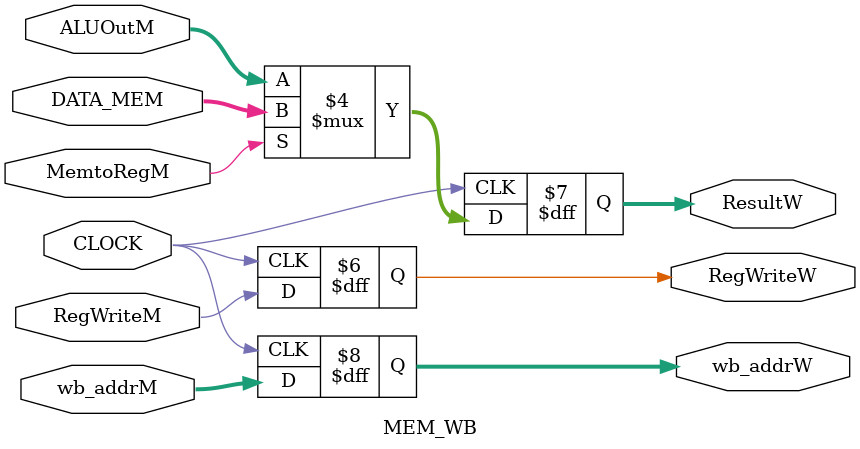
<source format=v>

module MEM_WB(
    input [31:0] ALUOutM,
    input [31:0] DATA_MEM,
    input CLOCK,
    input RegWriteM,
    input MemtoRegM,
    input [4:0] wb_addrM,

    output reg RegWriteW,
    output reg[31:0] ResultW,
    output reg[4:0] wb_addrW
);

always@(posedge CLOCK)begin
  
    RegWriteW <= RegWriteM;
    if (MemtoRegM == 1'b0)begin
        ResultW <= ALUOutM;
    end
    else begin
        ResultW <= DATA_MEM;
    end
    wb_addrW <= wb_addrM;

end

endmodule
</source>
